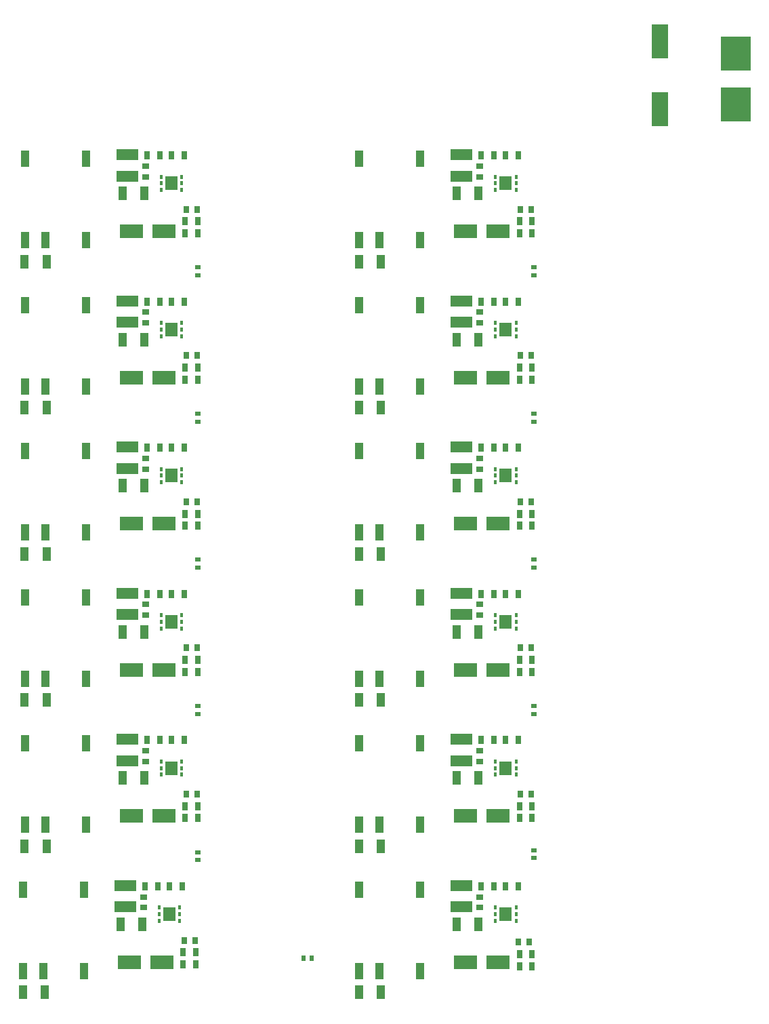
<source format=gbr>
%TF.GenerationSoftware,KiCad,Pcbnew,(6.0.1)*%
%TF.CreationDate,2024-03-16T13:10:30+01:00*%
%TF.ProjectId,CMU,434d552e-6b69-4636-9164-5f7063625858,rev?*%
%TF.SameCoordinates,Original*%
%TF.FileFunction,Paste,Top*%
%TF.FilePolarity,Positive*%
%FSLAX46Y46*%
G04 Gerber Fmt 4.6, Leading zero omitted, Abs format (unit mm)*
G04 Created by KiCad (PCBNEW (6.0.1)) date 2024-03-16 13:10:30*
%MOMM*%
%LPD*%
G01*
G04 APERTURE LIST*
G04 Aperture macros list*
%AMFreePoly0*
4,1,5,0.500000,-1.050000,-0.500000,-1.050000,-0.500000,1.050000,0.500000,1.050000,0.500000,-1.050000,0.500000,-1.050000,$1*%
G04 Aperture macros list end*
%ADD10R,2.820000X1.360000*%
%ADD11R,0.800000X1.000000*%
%ADD12R,1.100000X1.820000*%
%ADD13R,0.450000X0.550000*%
%ADD14R,0.450000X0.500000*%
%ADD15R,1.500000X1.800000*%
%ADD16R,0.696500X0.506000*%
%ADD17R,0.940000X0.800000*%
%ADD18FreePoly0,180.000000*%
%ADD19R,2.900000X1.800000*%
%ADD20R,2.050000X4.300000*%
%ADD21R,0.800000X0.940000*%
%ADD22R,3.810000X4.240000*%
%ADD23R,0.506000X0.696500*%
G04 APERTURE END LIST*
D10*
%TO.C,C9*%
X131000000Y-196420000D03*
X131000000Y-199080000D03*
%TD*%
%TO.C,C39*%
X89250000Y-196420000D03*
X89250000Y-199080000D03*
%TD*%
%TO.C,C2*%
X131000000Y-214670000D03*
X131000000Y-217330000D03*
%TD*%
%TO.C,C51*%
X89250000Y-159920000D03*
X89250000Y-162580000D03*
%TD*%
%TO.C,C15*%
X131000000Y-178170000D03*
X131000000Y-180830000D03*
%TD*%
%TO.C,C21*%
X131000000Y-159920000D03*
X131000000Y-162580000D03*
%TD*%
%TO.C,C27*%
X131000000Y-141670000D03*
X131000000Y-144330000D03*
%TD*%
%TO.C,C33*%
X131000000Y-123420000D03*
X131000000Y-126080000D03*
%TD*%
%TO.C,C57*%
X89250000Y-141670000D03*
X89250000Y-144330000D03*
%TD*%
%TO.C,C63*%
X89250000Y-123420000D03*
X89250000Y-126080000D03*
%TD*%
%TO.C,C69*%
X89000000Y-214670000D03*
X89000000Y-217330000D03*
%TD*%
%TO.C,C45*%
X89250000Y-178170000D03*
X89250000Y-180830000D03*
%TD*%
D11*
%TO.C,R32*%
X98050000Y-188000000D03*
X96450000Y-188000000D03*
%TD*%
%TO.C,R28*%
X98050000Y-206250000D03*
X96450000Y-206250000D03*
%TD*%
%TO.C,R8*%
X139800000Y-206250000D03*
X138200000Y-206250000D03*
%TD*%
%TO.C,R44*%
X98050000Y-133250000D03*
X96450000Y-133250000D03*
%TD*%
%TO.C,R40*%
X98050000Y-151500000D03*
X96450000Y-151500000D03*
%TD*%
%TO.C,R16*%
X139800000Y-169750000D03*
X138200000Y-169750000D03*
%TD*%
%TO.C,R48*%
X97800000Y-224500000D03*
X96200000Y-224500000D03*
%TD*%
%TO.C,R36*%
X98050000Y-169750000D03*
X96450000Y-169750000D03*
%TD*%
%TO.C,R12*%
X139800000Y-188000000D03*
X138200000Y-188000000D03*
%TD*%
%TO.C,R4*%
X139800000Y-224750000D03*
X138200000Y-224750000D03*
%TD*%
%TO.C,R20*%
X139800000Y-151500000D03*
X138200000Y-151500000D03*
%TD*%
%TO.C,R24*%
X139800000Y-133250000D03*
X138200000Y-133250000D03*
%TD*%
D12*
%TO.C,C11*%
X133110000Y-201250000D03*
X130390000Y-201250000D03*
%TD*%
%TO.C,C23*%
X133110000Y-164750000D03*
X130390000Y-164750000D03*
%TD*%
%TO.C,C35*%
X133110000Y-128250000D03*
X130390000Y-128250000D03*
%TD*%
%TO.C,C59*%
X91360000Y-146500000D03*
X88640000Y-146500000D03*
%TD*%
%TO.C,C71*%
X91110000Y-219500000D03*
X88390000Y-219500000D03*
%TD*%
%TO.C,C4*%
X133110000Y-219500000D03*
X130390000Y-219500000D03*
%TD*%
%TO.C,C65*%
X91360000Y-128250000D03*
X88640000Y-128250000D03*
%TD*%
%TO.C,C53*%
X91360000Y-164750000D03*
X88640000Y-164750000D03*
%TD*%
%TO.C,C29*%
X133110000Y-146500000D03*
X130390000Y-146500000D03*
%TD*%
%TO.C,C41*%
X91360000Y-201250000D03*
X88640000Y-201250000D03*
%TD*%
%TO.C,C47*%
X91360000Y-183000000D03*
X88640000Y-183000000D03*
%TD*%
%TO.C,C17*%
X133110000Y-183000000D03*
X130390000Y-183000000D03*
%TD*%
%TO.C,C26*%
X120860000Y-155000000D03*
X118140000Y-155000000D03*
%TD*%
%TO.C,C32*%
X120860000Y-136750000D03*
X118140000Y-136750000D03*
%TD*%
%TO.C,C8*%
X120860000Y-209750000D03*
X118140000Y-209750000D03*
%TD*%
%TO.C,C62*%
X79110000Y-136750000D03*
X76390000Y-136750000D03*
%TD*%
%TO.C,C1*%
X120860000Y-228000000D03*
X118140000Y-228000000D03*
%TD*%
%TO.C,C44*%
X79110000Y-191500000D03*
X76390000Y-191500000D03*
%TD*%
%TO.C,C20*%
X120860000Y-173250000D03*
X118140000Y-173250000D03*
%TD*%
%TO.C,C50*%
X79110000Y-173250000D03*
X76390000Y-173250000D03*
%TD*%
%TO.C,C38*%
X79110000Y-209750000D03*
X76390000Y-209750000D03*
%TD*%
%TO.C,C14*%
X120860000Y-191500000D03*
X118140000Y-191500000D03*
%TD*%
%TO.C,C56*%
X79110000Y-155000000D03*
X76390000Y-155000000D03*
%TD*%
%TO.C,C68*%
X78860000Y-228000000D03*
X76140000Y-228000000D03*
%TD*%
D13*
%TO.C,PS12*%
X96025000Y-127825000D03*
D14*
X96025000Y-127000000D03*
D13*
X96025000Y-126175000D03*
X93475000Y-126175000D03*
D14*
X93475000Y-127000000D03*
D13*
X93475000Y-127825000D03*
D15*
X94750000Y-127000000D03*
%TD*%
D13*
%TO.C,PS3*%
X137775000Y-182575000D03*
D14*
X137775000Y-181750000D03*
D13*
X137775000Y-180925000D03*
X135225000Y-180925000D03*
D14*
X135225000Y-181750000D03*
D13*
X135225000Y-182575000D03*
D15*
X136500000Y-181750000D03*
%TD*%
D13*
%TO.C,PS2*%
X137775000Y-200825000D03*
D14*
X137775000Y-200000000D03*
D13*
X137775000Y-199175000D03*
X135225000Y-199175000D03*
D14*
X135225000Y-200000000D03*
D13*
X135225000Y-200825000D03*
D15*
X136500000Y-200000000D03*
%TD*%
D13*
%TO.C,PS1*%
X137775000Y-219075000D03*
D14*
X137775000Y-218250000D03*
D13*
X137775000Y-217425000D03*
X135225000Y-217425000D03*
D14*
X135225000Y-218250000D03*
D13*
X135225000Y-219075000D03*
D15*
X136500000Y-218250000D03*
%TD*%
D13*
%TO.C,PS10*%
X96025000Y-164325000D03*
D14*
X96025000Y-163500000D03*
D13*
X96025000Y-162675000D03*
X93475000Y-162675000D03*
D14*
X93475000Y-163500000D03*
D13*
X93475000Y-164325000D03*
D15*
X94750000Y-163500000D03*
%TD*%
D13*
%TO.C,PS11*%
X96025000Y-146075000D03*
D14*
X96025000Y-145250000D03*
D13*
X96025000Y-144425000D03*
X93475000Y-144425000D03*
D14*
X93475000Y-145250000D03*
D13*
X93475000Y-146075000D03*
D15*
X94750000Y-145250000D03*
%TD*%
D13*
%TO.C,PS8*%
X96025000Y-200825000D03*
D14*
X96025000Y-200000000D03*
D13*
X96025000Y-199175000D03*
X93475000Y-199175000D03*
D14*
X93475000Y-200000000D03*
D13*
X93475000Y-200825000D03*
D15*
X94750000Y-200000000D03*
%TD*%
D13*
%TO.C,PS4*%
X137775000Y-164325000D03*
D14*
X137775000Y-163500000D03*
D13*
X137775000Y-162675000D03*
X135225000Y-162675000D03*
D14*
X135225000Y-163500000D03*
D13*
X135225000Y-164325000D03*
D15*
X136500000Y-163500000D03*
%TD*%
D13*
%TO.C,PS5*%
X137775000Y-146075000D03*
D14*
X137775000Y-145250000D03*
D13*
X137775000Y-144425000D03*
X135225000Y-144425000D03*
D14*
X135225000Y-145250000D03*
D13*
X135225000Y-146075000D03*
D15*
X136500000Y-145250000D03*
%TD*%
D13*
%TO.C,PS7*%
X95775000Y-219075000D03*
D14*
X95775000Y-218250000D03*
D13*
X95775000Y-217425000D03*
X93225000Y-217425000D03*
D14*
X93225000Y-218250000D03*
D13*
X93225000Y-219075000D03*
D15*
X94500000Y-218250000D03*
%TD*%
D13*
%TO.C,PS9*%
X96025000Y-182575000D03*
D14*
X96025000Y-181750000D03*
D13*
X96025000Y-180925000D03*
X93475000Y-180925000D03*
D14*
X93475000Y-181750000D03*
D13*
X93475000Y-182575000D03*
D15*
X94750000Y-181750000D03*
%TD*%
D13*
%TO.C,PS6*%
X137775000Y-127825000D03*
D14*
X137775000Y-127000000D03*
D13*
X137775000Y-126175000D03*
X135225000Y-126175000D03*
D14*
X135225000Y-127000000D03*
D13*
X135225000Y-127825000D03*
D15*
X136500000Y-127000000D03*
%TD*%
D11*
%TO.C,R23*%
X138200000Y-223250000D03*
X139800000Y-223250000D03*
%TD*%
%TO.C,R47*%
X96200000Y-223000000D03*
X97800000Y-223000000D03*
%TD*%
%TO.C,R46*%
X94450000Y-214750000D03*
X96050000Y-214750000D03*
%TD*%
%TO.C,R45*%
X91450000Y-214750000D03*
X93050000Y-214750000D03*
%TD*%
%TO.C,R43*%
X96450000Y-131750000D03*
X98050000Y-131750000D03*
%TD*%
%TO.C,R42*%
X94700000Y-123500000D03*
X96300000Y-123500000D03*
%TD*%
%TO.C,R41*%
X91700000Y-123500000D03*
X93300000Y-123500000D03*
%TD*%
%TO.C,R39*%
X96450000Y-150000000D03*
X98050000Y-150000000D03*
%TD*%
%TO.C,R38*%
X94700000Y-141750000D03*
X96300000Y-141750000D03*
%TD*%
%TO.C,R37*%
X91700000Y-141750000D03*
X93300000Y-141750000D03*
%TD*%
%TO.C,R35*%
X96450000Y-168250000D03*
X98050000Y-168250000D03*
%TD*%
%TO.C,R34*%
X94700000Y-160000000D03*
X96300000Y-160000000D03*
%TD*%
%TO.C,R33*%
X91700000Y-160000000D03*
X93300000Y-160000000D03*
%TD*%
%TO.C,R31*%
X96450000Y-186500000D03*
X98050000Y-186500000D03*
%TD*%
%TO.C,R30*%
X94700000Y-178250000D03*
X96300000Y-178250000D03*
%TD*%
%TO.C,R29*%
X91700000Y-178250000D03*
X93300000Y-178250000D03*
%TD*%
%TO.C,R27*%
X96450000Y-204750000D03*
X98050000Y-204750000D03*
%TD*%
%TO.C,R26*%
X94700000Y-196500000D03*
X96300000Y-196500000D03*
%TD*%
%TO.C,R25*%
X91700000Y-196500000D03*
X93300000Y-196500000D03*
%TD*%
%TO.C,R22*%
X136450000Y-214750000D03*
X138050000Y-214750000D03*
%TD*%
%TO.C,R21*%
X133450000Y-214750000D03*
X135050000Y-214750000D03*
%TD*%
%TO.C,R19*%
X138200000Y-131750000D03*
X139800000Y-131750000D03*
%TD*%
%TO.C,R18*%
X136450000Y-123500000D03*
X138050000Y-123500000D03*
%TD*%
%TO.C,R17*%
X133450000Y-123500000D03*
X135050000Y-123500000D03*
%TD*%
%TO.C,R15*%
X138200000Y-150000000D03*
X139800000Y-150000000D03*
%TD*%
%TO.C,R14*%
X136450000Y-141750000D03*
X138050000Y-141750000D03*
%TD*%
%TO.C,R13*%
X133450000Y-141750000D03*
X135050000Y-141750000D03*
%TD*%
%TO.C,R11*%
X138200000Y-168250000D03*
X139800000Y-168250000D03*
%TD*%
%TO.C,R10*%
X136450000Y-160000000D03*
X138050000Y-160000000D03*
%TD*%
%TO.C,R9*%
X133450000Y-160000000D03*
X135050000Y-160000000D03*
%TD*%
%TO.C,R7*%
X138200000Y-186500000D03*
X139800000Y-186500000D03*
%TD*%
%TO.C,R6*%
X136450000Y-178250000D03*
X138050000Y-178250000D03*
%TD*%
%TO.C,R5*%
X133450000Y-178250000D03*
X135050000Y-178250000D03*
%TD*%
%TO.C,R3*%
X138200000Y-204750000D03*
X139800000Y-204750000D03*
%TD*%
%TO.C,R2*%
X136450000Y-196500000D03*
X138050000Y-196500000D03*
%TD*%
%TO.C,R1*%
X133450000Y-196500000D03*
X135050000Y-196500000D03*
%TD*%
D16*
%TO.C,JP3*%
X140000000Y-174000000D03*
X140000000Y-175000000D03*
%TD*%
D17*
%TO.C,C3*%
X133250000Y-216080000D03*
X133250000Y-217420000D03*
%TD*%
D16*
%TO.C,JP7*%
X98000000Y-210500000D03*
X98000000Y-211500000D03*
%TD*%
D17*
%TO.C,C64*%
X91500000Y-124830000D03*
X91500000Y-126170000D03*
%TD*%
D18*
%TO.C,U3*%
X118190000Y-188830000D03*
X120730000Y-188830000D03*
X125810000Y-188830000D03*
X125810000Y-178670000D03*
X118190000Y-178670000D03*
%TD*%
D19*
%TO.C,C42*%
X93750000Y-206000000D03*
X89750000Y-206000000D03*
%TD*%
D17*
%TO.C,C52*%
X91500000Y-161330000D03*
X91500000Y-162670000D03*
%TD*%
D16*
%TO.C,JP5*%
X140000000Y-137500000D03*
X140000000Y-138500000D03*
%TD*%
D20*
%TO.C,C7*%
X155750000Y-109300000D03*
X155750000Y-117700000D03*
%TD*%
D21*
%TO.C,C13*%
X138330000Y-203250000D03*
X139670000Y-203250000D03*
%TD*%
D16*
%TO.C,JP8*%
X98000000Y-192250000D03*
X98000000Y-193250000D03*
%TD*%
%TO.C,JP10*%
X98000000Y-155750000D03*
X98000000Y-156750000D03*
%TD*%
D17*
%TO.C,C22*%
X133250000Y-161330000D03*
X133250000Y-162670000D03*
%TD*%
%TO.C,C40*%
X91500000Y-197830000D03*
X91500000Y-199170000D03*
%TD*%
D18*
%TO.C,U1*%
X118190000Y-225330000D03*
X120730000Y-225330000D03*
X125810000Y-225330000D03*
X125810000Y-215170000D03*
X118190000Y-215170000D03*
%TD*%
%TO.C,U10*%
X76440000Y-170580000D03*
X78980000Y-170580000D03*
X84060000Y-170580000D03*
X84060000Y-160420000D03*
X76440000Y-160420000D03*
%TD*%
D21*
%TO.C,C55*%
X96580000Y-166750000D03*
X97920000Y-166750000D03*
%TD*%
D19*
%TO.C,C24*%
X135500000Y-169500000D03*
X131500000Y-169500000D03*
%TD*%
%TO.C,C66*%
X93750000Y-133000000D03*
X89750000Y-133000000D03*
%TD*%
D17*
%TO.C,C28*%
X133250000Y-143080000D03*
X133250000Y-144420000D03*
%TD*%
D21*
%TO.C,C6*%
X138080000Y-221750000D03*
X139420000Y-221750000D03*
%TD*%
D18*
%TO.C,U7*%
X76190000Y-225330000D03*
X78730000Y-225330000D03*
X83810000Y-225330000D03*
X83810000Y-215170000D03*
X76190000Y-215170000D03*
%TD*%
%TO.C,U12*%
X76440000Y-134080000D03*
X78980000Y-134080000D03*
X84060000Y-134080000D03*
X84060000Y-123920000D03*
X76440000Y-123920000D03*
%TD*%
D17*
%TO.C,C16*%
X133250000Y-179580000D03*
X133250000Y-180920000D03*
%TD*%
D19*
%TO.C,C18*%
X135500000Y-187750000D03*
X131500000Y-187750000D03*
%TD*%
D17*
%TO.C,C58*%
X91500000Y-143080000D03*
X91500000Y-144420000D03*
%TD*%
D16*
%TO.C,JP11*%
X98000000Y-137500000D03*
X98000000Y-138500000D03*
%TD*%
%TO.C,JP9*%
X98000000Y-174000000D03*
X98000000Y-175000000D03*
%TD*%
D18*
%TO.C,U5*%
X118190000Y-152330000D03*
X120730000Y-152330000D03*
X125810000Y-152330000D03*
X125810000Y-142170000D03*
X118190000Y-142170000D03*
%TD*%
D17*
%TO.C,C10*%
X133250000Y-197830000D03*
X133250000Y-199170000D03*
%TD*%
%TO.C,C70*%
X91250000Y-216080000D03*
X91250000Y-217420000D03*
%TD*%
D19*
%TO.C,C72*%
X93500000Y-224250000D03*
X89500000Y-224250000D03*
%TD*%
D21*
%TO.C,C49*%
X96580000Y-185000000D03*
X97920000Y-185000000D03*
%TD*%
D19*
%TO.C,C30*%
X135500000Y-151250000D03*
X131500000Y-151250000D03*
%TD*%
D18*
%TO.C,U6*%
X118190000Y-134080000D03*
X120730000Y-134080000D03*
X125810000Y-134080000D03*
X125810000Y-123920000D03*
X118190000Y-123920000D03*
%TD*%
D22*
%TO.C,F1*%
X165250000Y-117185000D03*
X165250000Y-110815000D03*
%TD*%
D19*
%TO.C,C60*%
X93750000Y-151250000D03*
X89750000Y-151250000D03*
%TD*%
D21*
%TO.C,C67*%
X96580000Y-130250000D03*
X97920000Y-130250000D03*
%TD*%
%TO.C,C19*%
X138330000Y-185000000D03*
X139670000Y-185000000D03*
%TD*%
%TO.C,C43*%
X96580000Y-203250000D03*
X97920000Y-203250000D03*
%TD*%
D23*
%TO.C,JP6*%
X112250000Y-223750000D03*
X111250000Y-223750000D03*
%TD*%
D17*
%TO.C,C46*%
X91500000Y-179580000D03*
X91500000Y-180920000D03*
%TD*%
D18*
%TO.C,U9*%
X76440000Y-188830000D03*
X78980000Y-188830000D03*
X84060000Y-188830000D03*
X84060000Y-178670000D03*
X76440000Y-178670000D03*
%TD*%
D19*
%TO.C,C36*%
X135500000Y-133000000D03*
X131500000Y-133000000D03*
%TD*%
%TO.C,C48*%
X93750000Y-187750000D03*
X89750000Y-187750000D03*
%TD*%
D18*
%TO.C,U8*%
X76440000Y-207080000D03*
X78980000Y-207080000D03*
X84060000Y-207080000D03*
X84060000Y-196920000D03*
X76440000Y-196920000D03*
%TD*%
%TO.C,U4*%
X118190000Y-170580000D03*
X120730000Y-170580000D03*
X125810000Y-170580000D03*
X125810000Y-160420000D03*
X118190000Y-160420000D03*
%TD*%
%TO.C,U11*%
X76440000Y-152330000D03*
X78980000Y-152330000D03*
X84060000Y-152330000D03*
X84060000Y-142170000D03*
X76440000Y-142170000D03*
%TD*%
D16*
%TO.C,JP1*%
X140000000Y-210250000D03*
X140000000Y-211250000D03*
%TD*%
D19*
%TO.C,C12*%
X135500000Y-206000000D03*
X131500000Y-206000000D03*
%TD*%
D21*
%TO.C,C31*%
X138330000Y-148500000D03*
X139670000Y-148500000D03*
%TD*%
%TO.C,C25*%
X138330000Y-166750000D03*
X139670000Y-166750000D03*
%TD*%
%TO.C,C61*%
X96580000Y-148500000D03*
X97920000Y-148500000D03*
%TD*%
D19*
%TO.C,C5*%
X135500000Y-224250000D03*
X131500000Y-224250000D03*
%TD*%
D21*
%TO.C,C37*%
X138330000Y-130250000D03*
X139670000Y-130250000D03*
%TD*%
D16*
%TO.C,JP4*%
X140000000Y-155750000D03*
X140000000Y-156750000D03*
%TD*%
D19*
%TO.C,C54*%
X93750000Y-169500000D03*
X89750000Y-169500000D03*
%TD*%
D21*
%TO.C,C73*%
X96330000Y-221500000D03*
X97670000Y-221500000D03*
%TD*%
D18*
%TO.C,U2*%
X118190000Y-207080000D03*
X120730000Y-207080000D03*
X125810000Y-207080000D03*
X125810000Y-196920000D03*
X118190000Y-196920000D03*
%TD*%
D16*
%TO.C,JP2*%
X140000000Y-192250000D03*
X140000000Y-193250000D03*
%TD*%
D17*
%TO.C,C34*%
X133250000Y-124830000D03*
X133250000Y-126170000D03*
%TD*%
M02*

</source>
